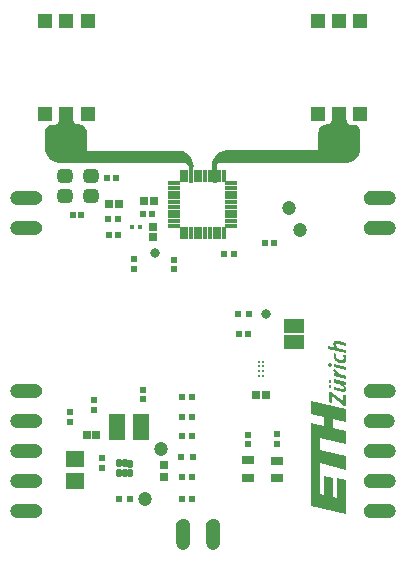
<source format=gts>
G04*
G04 #@! TF.GenerationSoftware,Altium Limited,Altium NEXUS,5.8.2 (18)*
G04*
G04 Layer_Color=8388736*
%FSLAX44Y44*%
%MOMM*%
G71*
G04*
G04 #@! TF.SameCoordinates,3A1DB9EE-8D2C-4681-89B5-BFB965533D06*
G04*
G04*
G04 #@! TF.FilePolarity,Negative*
G04*
G01*
G75*
%ADD20R,0.4682X0.4725*%
%ADD21R,0.6582X0.7041*%
%ADD22R,0.6153X0.5725*%
%ADD24R,0.6725X0.7154*%
%ADD25R,0.3627X0.3627*%
%ADD26R,0.7041X0.6582*%
%ADD27R,0.5153X0.4725*%
%ADD30R,0.4725X0.4682*%
%ADD31R,0.5725X0.6153*%
%ADD32R,0.6281X0.6062*%
%ADD33R,0.4541X0.3627*%
%ADD34R,1.7062X1.1544*%
%ADD39R,0.5000X0.5000*%
%ADD40R,1.5562X1.4546*%
%ADD42R,1.3549X2.2062*%
%ADD44C,0.2700*%
%ADD45C,0.3000*%
%ADD46O,1.0532X0.4032*%
%ADD47O,0.4032X1.0532*%
%ADD48C,0.8032*%
%ADD49R,1.3032X1.3032*%
G04:AMPARAMS|DCode=50|XSize=1.3032mm|YSize=1.1832mm|CornerRadius=0.3613mm|HoleSize=0mm|Usage=FLASHONLY|Rotation=0.000|XOffset=0mm|YOffset=0mm|HoleType=Round|Shape=RoundedRectangle|*
%AMROUNDEDRECTD50*
21,1,1.3032,0.4606,0,0,0.0*
21,1,0.5806,1.1832,0,0,0.0*
1,1,0.7226,0.2903,-0.2303*
1,1,0.7226,-0.2903,-0.2303*
1,1,0.7226,-0.2903,0.2303*
1,1,0.7226,0.2903,0.2303*
%
%ADD50ROUNDEDRECTD50*%
%ADD51C,1.2032*%
%ADD52R,1.0032X0.8032*%
%ADD53R,1.0032X0.8032*%
%ADD54C,0.2300*%
G04:AMPARAMS|DCode=55|XSize=0.5032mm|YSize=0.6932mm|CornerRadius=0.1511mm|HoleSize=0mm|Usage=FLASHONLY|Rotation=180.000|XOffset=0mm|YOffset=0mm|HoleType=Round|Shape=RoundedRectangle|*
%AMROUNDEDRECTD55*
21,1,0.5032,0.3910,0,0,180.0*
21,1,0.2010,0.6932,0,0,180.0*
1,1,0.3022,-0.1005,0.1955*
1,1,0.3022,0.1005,0.1955*
1,1,0.3022,0.1005,-0.1955*
1,1,0.3022,-0.1005,-0.1955*
%
%ADD55ROUNDEDRECTD55*%
G04:AMPARAMS|DCode=56|XSize=0.5032mm|YSize=0.7232mm|CornerRadius=0.1511mm|HoleSize=0mm|Usage=FLASHONLY|Rotation=180.000|XOffset=0mm|YOffset=0mm|HoleType=Round|Shape=RoundedRectangle|*
%AMROUNDEDRECTD56*
21,1,0.5032,0.4210,0,0,180.0*
21,1,0.2010,0.7232,0,0,180.0*
1,1,0.3022,-0.1005,0.2105*
1,1,0.3022,0.1005,0.2105*
1,1,0.3022,0.1005,-0.2105*
1,1,0.3022,-0.1005,-0.2105*
%
%ADD56ROUNDEDRECTD56*%
%ADD57R,0.6532X0.6532*%
G36*
X279466Y358176D02*
X279876Y356587D01*
X280864Y355277D01*
X282278Y354444D01*
X283079Y354250D01*
X285750Y354250D01*
X285750Y354250D01*
X285750Y354250D01*
X285751D01*
X286921Y354177D01*
X288582Y353489D01*
X289989Y352082D01*
X290750Y350244D01*
X290749Y349249D01*
X290750Y334750D01*
X290750Y334750D01*
X290750Y333543D01*
X290279Y331177D01*
X289356Y328947D01*
X288015Y326941D01*
X286309Y325234D01*
X284302Y323894D01*
X282073Y322970D01*
X279706Y322500D01*
X278500Y322500D01*
X172000D01*
X172000Y322500D01*
X171470Y322396D01*
X170518Y321893D01*
X169830Y321067D01*
X169507Y320040D01*
X169500Y319500D01*
Y306250D01*
X168500Y305250D01*
X166750D01*
X165500Y306500D01*
Y316980D01*
X165500Y317473D01*
X165500Y318250D01*
X165500D01*
X165500Y318250D01*
X165315Y319626D01*
X165545Y322393D01*
X166362Y325047D01*
X167730Y327464D01*
X169583Y329531D01*
X171837Y331153D01*
X174386Y332254D01*
X177112Y332784D01*
X178500Y332750D01*
X254665Y332750D01*
X254806Y332764D01*
X255066Y332872D01*
X255265Y333070D01*
X255373Y333330D01*
X255387Y333471D01*
Y348136D01*
X255679Y349607D01*
X256253Y350993D01*
X257086Y352240D01*
X258147Y353300D01*
X259394Y354133D01*
X260779Y354707D01*
X262250Y355000D01*
X263500Y355000D01*
X263500Y355000D01*
X264173Y355165D01*
X264645Y355444D01*
X265360Y355867D01*
X266188Y356971D01*
X266530Y358307D01*
X267193Y359000D01*
X278229Y359000D01*
X279466Y358176D01*
D02*
G37*
G36*
X47807Y358763D02*
X48470Y358071D01*
X48812Y356734D01*
X49640Y355631D01*
X50402Y355179D01*
X50827Y354928D01*
X51500Y354763D01*
X52750Y354763D01*
X54221Y354471D01*
X55606Y353897D01*
X56853Y353064D01*
X57914Y352003D01*
X58747Y350756D01*
X59321Y349370D01*
X59613Y347900D01*
Y333234D01*
X59627Y333094D01*
X59735Y332834D01*
X59934Y332635D01*
X60194Y332527D01*
X60335Y332513D01*
X136500Y332513D01*
X137888Y332547D01*
X140614Y332018D01*
X143163Y330917D01*
X145417Y329295D01*
X147270Y327227D01*
X148638Y324810D01*
X149455Y322157D01*
X149685Y319389D01*
X149500Y318013D01*
X149500Y318013D01*
X149500Y318013D01*
Y306263D01*
X148250Y305013D01*
X146500D01*
X145500Y306013D01*
X145500Y319263D01*
X145493Y319804D01*
X145170Y320830D01*
X144482Y321656D01*
X143530Y322159D01*
X143000Y322263D01*
X143000Y322263D01*
X36500D01*
X35294Y322263D01*
X32927Y322734D01*
X30698Y323657D01*
X28691Y324997D01*
X26985Y326704D01*
X25644Y328710D01*
X24721Y330940D01*
X24250Y333307D01*
X24250Y334513D01*
X24250Y334513D01*
X24251Y349012D01*
X24250Y350007D01*
X25011Y351845D01*
X26418Y353252D01*
X28061Y353933D01*
X29250Y354013D01*
D01*
X30434Y354013D01*
X31921Y354013D01*
X32722Y354207D01*
X34136Y355040D01*
X35124Y356351D01*
X35534Y357939D01*
X36771Y358763D01*
X47807Y358763D01*
D02*
G37*
G36*
X315133Y298410D02*
X315264Y298384D01*
X315390Y298341D01*
X315509Y298282D01*
X315620Y298208D01*
X315720Y298120D01*
X315808Y298020D01*
X315882Y297909D01*
X315941Y297790D01*
X315984Y297663D01*
X316010Y297533D01*
X316018Y297400D01*
Y287400D01*
X316010Y287267D01*
X315984Y287136D01*
X315941Y287010D01*
X315882Y286891D01*
X315808Y286780D01*
X315720Y286680D01*
X315620Y286592D01*
X315509Y286518D01*
X315390Y286459D01*
X315264Y286416D01*
X315133Y286390D01*
X315000Y286382D01*
X299005D01*
X298873Y286390D01*
X298742Y286416D01*
X298616Y286459D01*
X296778Y287220D01*
X296778Y287220D01*
X296739Y287240D01*
X296659Y287279D01*
X296548Y287353D01*
X296448Y287441D01*
X296448Y287441D01*
X295041Y288848D01*
X295041Y288848D01*
X294995Y288901D01*
X294953Y288948D01*
X294904Y289022D01*
X294879Y289059D01*
X294850Y289119D01*
X294820Y289178D01*
X294820Y289178D01*
X294059Y291016D01*
X294016Y291142D01*
X293990Y291273D01*
X293982Y291405D01*
Y293395D01*
X293990Y293527D01*
X294016Y293658D01*
X294059Y293784D01*
X294820Y295622D01*
X294820Y295622D01*
X294840Y295661D01*
X294879Y295741D01*
X294953Y295852D01*
X295041Y295952D01*
X295041Y295952D01*
X296448Y297359D01*
X296548Y297446D01*
X296659Y297521D01*
X296778Y297579D01*
X296778Y297579D01*
X298616Y298341D01*
X298616Y298341D01*
X298699Y298369D01*
X298742Y298384D01*
X298873Y298410D01*
X299005Y298418D01*
X299005D01*
D01*
X315000D01*
X315133Y298410D01*
D02*
G37*
G36*
X16127Y298431D02*
X16258Y298405D01*
X16384Y298363D01*
X18222Y297601D01*
X18222Y297601D01*
X18261Y297582D01*
X18341Y297542D01*
X18452Y297468D01*
X18552Y297381D01*
X18552Y297380D01*
X19959Y295974D01*
X20047Y295874D01*
X20120Y295763D01*
X20180Y295644D01*
X20180Y295644D01*
X20941Y293806D01*
X20941Y293806D01*
X20969Y293723D01*
X20984Y293680D01*
X21010Y293549D01*
X21018Y293416D01*
Y293416D01*
D01*
Y291427D01*
X21010Y291294D01*
X20984Y291164D01*
X20941Y291038D01*
X20180Y289200D01*
X20180Y289200D01*
X20160Y289160D01*
X20121Y289080D01*
X20047Y288970D01*
X19959Y288870D01*
X19959Y288869D01*
X18552Y287463D01*
X18552Y287463D01*
X18499Y287416D01*
X18452Y287375D01*
X18378Y287326D01*
X18341Y287301D01*
X18281Y287271D01*
X18222Y287242D01*
X18222Y287242D01*
X16384Y286481D01*
X16258Y286438D01*
X16127Y286412D01*
X15994Y286404D01*
X0D01*
X-133Y286412D01*
X-264Y286438D01*
X-390Y286481D01*
X-509Y286540D01*
X-620Y286614D01*
X-720Y286702D01*
X-808Y286802D01*
X-882Y286913D01*
X-941Y287032D01*
X-984Y287158D01*
X-1010Y287289D01*
X-1018Y287422D01*
Y297422D01*
X-1010Y297555D01*
X-984Y297685D01*
X-941Y297811D01*
X-882Y297931D01*
X-808Y298042D01*
X-720Y298142D01*
X-620Y298230D01*
X-509Y298304D01*
X-390Y298363D01*
X-264Y298405D01*
X-133Y298431D01*
X0Y298440D01*
X15994D01*
X16127Y298431D01*
D02*
G37*
G36*
X315133Y273009D02*
X315264Y272983D01*
X315390Y272941D01*
X315509Y272882D01*
X315620Y272808D01*
X315720Y272720D01*
X315808Y272620D01*
X315882Y272509D01*
X315941Y272390D01*
X315984Y272264D01*
X316010Y272133D01*
X316018Y272000D01*
Y262000D01*
X316010Y261867D01*
X315984Y261737D01*
X315941Y261610D01*
X315882Y261491D01*
X315808Y261380D01*
X315720Y261280D01*
X315620Y261192D01*
X315509Y261118D01*
X315390Y261059D01*
X315264Y261017D01*
X315133Y260991D01*
X315000Y260982D01*
X299005D01*
X298873Y260991D01*
X298742Y261017D01*
X298616Y261059D01*
X296778Y261821D01*
X296778Y261821D01*
X296739Y261840D01*
X296659Y261879D01*
X296548Y261953D01*
X296448Y262041D01*
X296448Y262041D01*
X295041Y263448D01*
X295041Y263448D01*
X294995Y263501D01*
X294953Y263548D01*
X294904Y263622D01*
X294879Y263659D01*
X294850Y263719D01*
X294820Y263778D01*
X294820Y263778D01*
X294059Y265616D01*
X294016Y265742D01*
X293990Y265872D01*
X293982Y266005D01*
Y267994D01*
X293990Y268127D01*
X294016Y268258D01*
X294059Y268384D01*
X294820Y270222D01*
X294820Y270222D01*
X294840Y270261D01*
X294879Y270341D01*
X294953Y270452D01*
X295041Y270552D01*
X295041Y270552D01*
X296448Y271959D01*
X296548Y272047D01*
X296659Y272120D01*
X296778Y272180D01*
X296778Y272180D01*
X298616Y272941D01*
X298616Y272941D01*
X298699Y272969D01*
X298742Y272983D01*
X298873Y273009D01*
X299005Y273018D01*
X299005D01*
D01*
X315000D01*
X315133Y273009D01*
D02*
G37*
G36*
X16127Y273031D02*
X16258Y273005D01*
X16384Y272962D01*
X18222Y272201D01*
X18222Y272201D01*
X18261Y272182D01*
X18341Y272142D01*
X18452Y272068D01*
X18552Y271981D01*
X18552Y271980D01*
X19959Y270574D01*
X20047Y270474D01*
X20120Y270363D01*
X20180Y270244D01*
X20180Y270244D01*
X20941Y268406D01*
X20941Y268406D01*
X20969Y268323D01*
X20984Y268280D01*
X21010Y268149D01*
X21018Y268016D01*
Y268016D01*
D01*
Y266027D01*
X21010Y265894D01*
X20984Y265764D01*
X20941Y265638D01*
X20180Y263800D01*
X20180Y263800D01*
X20160Y263760D01*
X20121Y263680D01*
X20047Y263570D01*
X19959Y263470D01*
X19959Y263469D01*
X18552Y262063D01*
X18552Y262063D01*
X18499Y262016D01*
X18452Y261975D01*
X18378Y261926D01*
X18341Y261901D01*
X18281Y261871D01*
X18222Y261842D01*
X18222Y261842D01*
X16384Y261081D01*
X16258Y261038D01*
X16127Y261012D01*
X15994Y261004D01*
X0D01*
X-133Y261012D01*
X-264Y261038D01*
X-390Y261081D01*
X-509Y261140D01*
X-620Y261214D01*
X-720Y261302D01*
X-808Y261402D01*
X-882Y261513D01*
X-941Y261632D01*
X-984Y261758D01*
X-1010Y261889D01*
X-1018Y262022D01*
Y272022D01*
X-1010Y272155D01*
X-984Y272285D01*
X-941Y272411D01*
X-882Y272531D01*
X-808Y272642D01*
X-720Y272742D01*
X-620Y272830D01*
X-509Y272903D01*
X-390Y272962D01*
X-264Y273005D01*
X-133Y273031D01*
X0Y273040D01*
X15994D01*
X16127Y273031D01*
D02*
G37*
G36*
X271470Y171445D02*
X273450Y171010D01*
X278760Y169855D01*
Y167185D01*
X271830Y168730D01*
X271410Y168790D01*
X270930D01*
X270570Y168730D01*
X270330Y168490D01*
X270210Y168130D01*
Y167770D01*
X270450Y167290D01*
X270780Y166810D01*
X271410Y166210D01*
X272370Y165610D01*
X273450Y165010D01*
X274665Y164500D01*
X278760Y163600D01*
Y161140D01*
X263385Y164545D01*
Y167005D01*
X270210Y165490D01*
X269400Y166180D01*
X268770Y166810D01*
X268290Y167650D01*
X268050Y168610D01*
Y169570D01*
X268170Y170050D01*
X268530Y170650D01*
X269010Y171130D01*
X269730Y171370D01*
X270570Y171490D01*
X271470Y171445D01*
D02*
G37*
G36*
X270660Y160660D02*
X270540Y160240D01*
X270480Y159940D01*
X270420Y159280D01*
Y158560D01*
X270480Y158080D01*
X270660Y157600D01*
X270960Y157120D01*
X271620Y156580D01*
X272160Y156220D01*
X272820Y155920D01*
X273600Y155680D01*
X274380Y155560D01*
X274920D01*
X275340Y155620D01*
X275760Y155740D01*
X276120Y155920D01*
X276360Y156160D01*
X276600Y156580D01*
X276720Y157060D01*
Y157480D01*
X276660Y158080D01*
X276480Y158860D01*
X276285Y159415D01*
X278640Y159160D01*
X278715Y158875D01*
X278880Y158200D01*
X279000Y157120D01*
Y156520D01*
X278880Y155320D01*
X278760Y154780D01*
X278520Y154240D01*
X278160Y153760D01*
X277680Y153400D01*
X277080Y153100D01*
X276480Y152920D01*
X275580Y152800D01*
X274560D01*
X273780Y152920D01*
X273000Y153100D01*
X272160Y153400D01*
X271440Y153700D01*
X270720Y154120D01*
X270120Y154600D01*
X269640Y155080D01*
X269040Y155860D01*
X268560Y156820D01*
X268290Y157960D01*
X268200Y159040D01*
Y160000D01*
X268290Y160600D01*
X268485Y161140D01*
X270660Y160660D01*
D02*
G37*
G36*
X278760Y149380D02*
Y146920D01*
X268290Y149245D01*
Y151705D01*
X278760Y149380D01*
D02*
G37*
G36*
X270705Y146845D02*
X270600Y146440D01*
Y146140D01*
X270780Y145720D01*
X271080Y145300D01*
X271590Y144790D01*
X272580Y144040D01*
X273600Y143500D01*
X275220Y142840D01*
X277065Y142270D01*
X278760Y141895D01*
Y139435D01*
X268290Y141760D01*
Y144220D01*
X271200Y143575D01*
X270240Y144040D01*
X269520Y144520D01*
X269100Y144940D01*
X268680Y145420D01*
X268440Y145780D01*
X268200Y146320D01*
X268140Y146680D01*
Y147040D01*
X268200Y147400D01*
X270705Y146845D01*
D02*
G37*
G36*
X278760Y136660D02*
Y133900D01*
X276840Y134320D01*
X277650Y133630D01*
X278280Y133000D01*
X278760Y132160D01*
X279000Y131200D01*
Y130240D01*
X278880Y129760D01*
X278520Y129160D01*
X278040Y128680D01*
X277320Y128440D01*
X276480Y128320D01*
X275580Y128365D01*
X273600Y128800D01*
X268290Y129955D01*
Y132625D01*
X275220Y131080D01*
X275640Y131020D01*
X276120D01*
X276480Y131080D01*
X276720Y131320D01*
X276840Y131680D01*
Y132040D01*
X276600Y132520D01*
X276270Y133000D01*
X275640Y133600D01*
X274680Y134200D01*
X273600Y134800D01*
X272385Y135310D01*
X268290Y136210D01*
Y138985D01*
X278760Y136660D01*
D02*
G37*
G36*
X315133Y135009D02*
X315264Y134984D01*
X315390Y134941D01*
X315509Y134882D01*
X315620Y134808D01*
X315720Y134720D01*
X315808Y134620D01*
X315882Y134509D01*
X315941Y134390D01*
X315984Y134263D01*
X316010Y134133D01*
X316018Y134000D01*
Y124000D01*
X316010Y123867D01*
X315984Y123736D01*
X315941Y123610D01*
X315882Y123491D01*
X315808Y123380D01*
X315720Y123280D01*
X315620Y123192D01*
X315509Y123118D01*
X315390Y123059D01*
X315264Y123017D01*
X315133Y122991D01*
X315000Y122982D01*
X299005D01*
X298873Y122991D01*
X298742Y123017D01*
X298616Y123059D01*
X296778Y123820D01*
X296778Y123820D01*
X296719Y123850D01*
X296659Y123879D01*
X296622Y123904D01*
X296548Y123953D01*
X296501Y123994D01*
X296448Y124041D01*
X296448Y124041D01*
X295041Y125448D01*
X295041Y125448D01*
X294953Y125548D01*
X294879Y125659D01*
X294840Y125739D01*
X294820Y125778D01*
X294820Y125778D01*
X294059Y127616D01*
X294016Y127742D01*
X293990Y127872D01*
X293982Y128005D01*
Y129994D01*
X293990Y130127D01*
X294016Y130258D01*
X294059Y130384D01*
X294820Y132222D01*
X294820Y132222D01*
X294850Y132281D01*
X294879Y132341D01*
X294904Y132378D01*
X294953Y132452D01*
X294995Y132499D01*
X295041Y132552D01*
X295041Y132552D01*
X296448Y133959D01*
X296448Y133959D01*
X296548Y134046D01*
X296659Y134121D01*
X296739Y134160D01*
X296778Y134179D01*
X296778Y134179D01*
X298616Y134941D01*
X298742Y134984D01*
X298873Y135009D01*
X299005Y135018D01*
X315000D01*
X315133Y135009D01*
D02*
G37*
G36*
X16127D02*
X16258Y134984D01*
X16384Y134941D01*
X18222Y134179D01*
X18222Y134179D01*
X18261Y134160D01*
X18341Y134121D01*
X18452Y134046D01*
X18552Y133959D01*
X18552Y133959D01*
X19959Y132552D01*
X20047Y132452D01*
X20120Y132341D01*
X20180Y132222D01*
X20180Y132222D01*
X20941Y130384D01*
X20941Y130384D01*
X20969Y130301D01*
X20984Y130258D01*
X21010Y130127D01*
X21018Y129995D01*
Y129994D01*
D01*
Y128005D01*
X21010Y127872D01*
X20984Y127742D01*
X20941Y127616D01*
X20180Y125778D01*
X20180Y125778D01*
X20160Y125739D01*
X20121Y125659D01*
X20047Y125548D01*
X19959Y125448D01*
X19959Y125448D01*
X18552Y124041D01*
X18552Y124041D01*
X18499Y123994D01*
X18452Y123953D01*
X18378Y123904D01*
X18341Y123879D01*
X18281Y123850D01*
X18222Y123820D01*
X18222Y123820D01*
X16384Y123059D01*
X16258Y123017D01*
X16127Y122991D01*
X15994Y122982D01*
X0D01*
X-133Y122991D01*
X-264Y123017D01*
X-390Y123059D01*
X-509Y123118D01*
X-620Y123192D01*
X-720Y123280D01*
X-808Y123380D01*
X-882Y123491D01*
X-941Y123610D01*
X-984Y123736D01*
X-1010Y123867D01*
X-1018Y124000D01*
Y134000D01*
X-1010Y134133D01*
X-984Y134263D01*
X-941Y134390D01*
X-882Y134509D01*
X-808Y134620D01*
X-720Y134720D01*
X-620Y134808D01*
X-509Y134882D01*
X-390Y134941D01*
X-264Y134984D01*
X-133Y135009D01*
X0Y135018D01*
X15994D01*
X16127Y135009D01*
D02*
G37*
G36*
X266160Y128245D02*
X276270Y120490D01*
Y125995D01*
X278760Y125440D01*
Y116380D01*
X277155Y116725D01*
X267090Y124450D01*
Y118960D01*
X264600Y119515D01*
Y128590D01*
X266160Y128245D01*
D02*
G37*
G36*
X279000Y113950D02*
Y102880D01*
X267495Y105580D01*
Y97900D01*
X279000Y95200D01*
Y84130D01*
X256800Y89335D01*
Y79450D01*
X279000Y74230D01*
Y62500D01*
X256800Y67735D01*
Y41935D01*
X260340Y41095D01*
Y57040D01*
X267540Y55345D01*
Y39415D01*
X271200Y38560D01*
Y55210D01*
X279000Y53380D01*
Y36715D01*
Y25000D01*
X249000Y32050D01*
Y102235D01*
X260295Y99595D01*
Y107275D01*
X249000Y109930D01*
Y121000D01*
X279000Y113950D01*
D02*
G37*
G36*
X315133Y109609D02*
X315264Y109584D01*
X315390Y109541D01*
X315509Y109482D01*
X315620Y109408D01*
X315720Y109320D01*
X315808Y109220D01*
X315882Y109109D01*
X315941Y108990D01*
X315984Y108863D01*
X316010Y108733D01*
X316018Y108600D01*
Y98600D01*
X316010Y98467D01*
X315984Y98336D01*
X315941Y98210D01*
X315882Y98091D01*
X315808Y97980D01*
X315720Y97880D01*
X315620Y97792D01*
X315509Y97718D01*
X315390Y97659D01*
X315264Y97617D01*
X315133Y97591D01*
X315000Y97582D01*
X299005D01*
X298873Y97591D01*
X298742Y97617D01*
X298616Y97659D01*
X296778Y98420D01*
X296778Y98420D01*
X296719Y98450D01*
X296659Y98479D01*
X296622Y98504D01*
X296548Y98553D01*
X296501Y98594D01*
X296448Y98641D01*
X296448Y98641D01*
X295041Y100048D01*
X295041Y100048D01*
X294953Y100148D01*
X294879Y100259D01*
X294840Y100339D01*
X294820Y100378D01*
X294820Y100378D01*
X294059Y102216D01*
X294016Y102342D01*
X293990Y102472D01*
X293982Y102605D01*
Y104594D01*
X293990Y104727D01*
X294016Y104858D01*
X294059Y104984D01*
X294820Y106822D01*
X294820Y106822D01*
X294850Y106881D01*
X294879Y106941D01*
X294904Y106978D01*
X294953Y107052D01*
X294995Y107099D01*
X295041Y107152D01*
X295041Y107152D01*
X296448Y108559D01*
X296448Y108559D01*
X296548Y108646D01*
X296659Y108721D01*
X296739Y108760D01*
X296778Y108779D01*
X296778Y108779D01*
X298616Y109541D01*
X298742Y109584D01*
X298873Y109609D01*
X299005Y109618D01*
X315000D01*
X315133Y109609D01*
D02*
G37*
G36*
X16127D02*
X16258Y109584D01*
X16384Y109541D01*
X18222Y108779D01*
X18222Y108779D01*
X18261Y108760D01*
X18341Y108721D01*
X18452Y108646D01*
X18552Y108559D01*
X18552Y108559D01*
X19959Y107152D01*
X20047Y107052D01*
X20120Y106941D01*
X20180Y106822D01*
X20180Y106822D01*
X20941Y104984D01*
X20941Y104984D01*
X20969Y104901D01*
X20984Y104858D01*
X21010Y104727D01*
X21018Y104595D01*
Y104594D01*
D01*
Y102605D01*
X21010Y102472D01*
X20984Y102342D01*
X20941Y102216D01*
X20180Y100378D01*
X20180Y100378D01*
X20160Y100339D01*
X20121Y100259D01*
X20047Y100148D01*
X19959Y100048D01*
X19959Y100048D01*
X18552Y98641D01*
X18552Y98641D01*
X18499Y98594D01*
X18452Y98553D01*
X18378Y98504D01*
X18341Y98479D01*
X18281Y98450D01*
X18222Y98420D01*
X18222Y98420D01*
X16384Y97659D01*
X16258Y97617D01*
X16127Y97591D01*
X15994Y97582D01*
X0D01*
X-133Y97591D01*
X-264Y97617D01*
X-390Y97659D01*
X-509Y97718D01*
X-620Y97792D01*
X-720Y97880D01*
X-808Y97980D01*
X-882Y98091D01*
X-941Y98210D01*
X-984Y98336D01*
X-1010Y98467D01*
X-1018Y98600D01*
Y108600D01*
X-1010Y108733D01*
X-984Y108863D01*
X-941Y108990D01*
X-882Y109109D01*
X-808Y109220D01*
X-720Y109320D01*
X-620Y109408D01*
X-509Y109482D01*
X-390Y109541D01*
X-264Y109584D01*
X-133Y109609D01*
X0Y109618D01*
X15994D01*
X16127Y109609D01*
D02*
G37*
G36*
X315133Y84209D02*
X315264Y84184D01*
X315390Y84141D01*
X315509Y84082D01*
X315620Y84008D01*
X315720Y83920D01*
X315808Y83820D01*
X315882Y83709D01*
X315941Y83590D01*
X315984Y83463D01*
X316010Y83333D01*
X316018Y83200D01*
Y73200D01*
X316010Y73067D01*
X315984Y72937D01*
X315941Y72810D01*
X315882Y72691D01*
X315808Y72580D01*
X315720Y72480D01*
X315620Y72392D01*
X315509Y72318D01*
X315390Y72259D01*
X315264Y72217D01*
X315133Y72190D01*
X315000Y72182D01*
X299005D01*
X298873Y72190D01*
X298742Y72217D01*
X298616Y72259D01*
X296778Y73021D01*
X296778Y73021D01*
X296719Y73050D01*
X296659Y73079D01*
X296622Y73104D01*
X296548Y73153D01*
X296501Y73194D01*
X296448Y73241D01*
X296448Y73241D01*
X295041Y74648D01*
X295041Y74648D01*
X294953Y74748D01*
X294879Y74859D01*
X294840Y74939D01*
X294820Y74978D01*
X294820Y74978D01*
X294059Y76816D01*
X294016Y76942D01*
X293990Y77073D01*
X293982Y77205D01*
Y79194D01*
X293990Y79327D01*
X294016Y79458D01*
X294059Y79584D01*
X294820Y81422D01*
X294820Y81422D01*
X294850Y81481D01*
X294879Y81541D01*
X294904Y81578D01*
X294953Y81652D01*
X294995Y81699D01*
X295041Y81752D01*
X295041Y81752D01*
X296448Y83159D01*
X296448Y83159D01*
X296548Y83246D01*
X296659Y83321D01*
X296739Y83360D01*
X296778Y83379D01*
X296778Y83379D01*
X298616Y84141D01*
X298742Y84184D01*
X298873Y84209D01*
X299005Y84218D01*
X315000D01*
X315133Y84209D01*
D02*
G37*
G36*
X16127D02*
X16258Y84184D01*
X16384Y84141D01*
X18222Y83379D01*
X18222Y83379D01*
X18261Y83360D01*
X18341Y83321D01*
X18452Y83246D01*
X18552Y83159D01*
X18552Y83159D01*
X19959Y81752D01*
X20047Y81652D01*
X20120Y81541D01*
X20180Y81422D01*
X20180Y81422D01*
X20941Y79584D01*
X20941Y79584D01*
X20969Y79501D01*
X20984Y79458D01*
X21010Y79328D01*
X21018Y79195D01*
Y79194D01*
D01*
Y77205D01*
X21010Y77073D01*
X20984Y76942D01*
X20941Y76816D01*
X20180Y74978D01*
X20180Y74978D01*
X20160Y74939D01*
X20121Y74859D01*
X20047Y74748D01*
X19959Y74648D01*
X19959Y74648D01*
X18552Y73241D01*
X18552Y73241D01*
X18499Y73194D01*
X18452Y73153D01*
X18378Y73104D01*
X18341Y73079D01*
X18281Y73050D01*
X18222Y73021D01*
X18222Y73021D01*
X16384Y72259D01*
X16258Y72217D01*
X16127Y72190D01*
X15994Y72182D01*
X0D01*
X-133Y72190D01*
X-264Y72217D01*
X-390Y72259D01*
X-509Y72318D01*
X-620Y72392D01*
X-720Y72480D01*
X-808Y72580D01*
X-882Y72691D01*
X-941Y72810D01*
X-984Y72937D01*
X-1010Y73067D01*
X-1018Y73200D01*
Y83200D01*
X-1010Y83333D01*
X-984Y83463D01*
X-941Y83590D01*
X-882Y83709D01*
X-808Y83820D01*
X-720Y83920D01*
X-620Y84008D01*
X-509Y84082D01*
X-390Y84141D01*
X-264Y84184D01*
X-133Y84209D01*
X0Y84218D01*
X15994D01*
X16127Y84209D01*
D02*
G37*
G36*
X315133Y58809D02*
X315264Y58783D01*
X315390Y58741D01*
X315509Y58682D01*
X315620Y58608D01*
X315720Y58520D01*
X315808Y58420D01*
X315882Y58309D01*
X315941Y58190D01*
X315984Y58064D01*
X316010Y57933D01*
X316018Y57800D01*
Y47800D01*
X316010Y47667D01*
X315984Y47537D01*
X315941Y47410D01*
X315882Y47291D01*
X315808Y47180D01*
X315720Y47080D01*
X315620Y46992D01*
X315509Y46918D01*
X315390Y46859D01*
X315264Y46817D01*
X315133Y46790D01*
X315000Y46782D01*
X299005D01*
X298873Y46790D01*
X298742Y46817D01*
X298616Y46859D01*
X296778Y47621D01*
X296778Y47621D01*
X296719Y47650D01*
X296659Y47679D01*
X296622Y47704D01*
X296548Y47753D01*
X296501Y47794D01*
X296448Y47841D01*
X296448Y47841D01*
X295041Y49248D01*
X295041Y49248D01*
X294953Y49348D01*
X294879Y49459D01*
X294840Y49539D01*
X294820Y49578D01*
X294820Y49578D01*
X294059Y51416D01*
X294016Y51542D01*
X293990Y51673D01*
X293982Y51805D01*
Y53794D01*
X293990Y53927D01*
X294016Y54058D01*
X294059Y54184D01*
X294820Y56022D01*
X294820Y56022D01*
X294850Y56081D01*
X294879Y56141D01*
X294904Y56178D01*
X294953Y56252D01*
X294995Y56299D01*
X295041Y56352D01*
X295041Y56352D01*
X296448Y57759D01*
X296448Y57759D01*
X296548Y57846D01*
X296659Y57921D01*
X296739Y57960D01*
X296778Y57979D01*
X296778Y57979D01*
X298616Y58741D01*
X298742Y58783D01*
X298873Y58809D01*
X299005Y58818D01*
X315000D01*
X315133Y58809D01*
D02*
G37*
G36*
X16127D02*
X16258Y58783D01*
X16384Y58741D01*
X18222Y57979D01*
X18222Y57979D01*
X18261Y57960D01*
X18341Y57921D01*
X18452Y57846D01*
X18552Y57759D01*
X18552Y57759D01*
X19959Y56352D01*
X20047Y56252D01*
X20120Y56141D01*
X20180Y56022D01*
X20180Y56022D01*
X20941Y54184D01*
X20941Y54184D01*
X20969Y54101D01*
X20984Y54058D01*
X21010Y53927D01*
X21018Y53795D01*
Y53794D01*
D01*
Y51805D01*
X21010Y51673D01*
X20984Y51542D01*
X20941Y51416D01*
X20180Y49578D01*
X20180Y49578D01*
X20160Y49539D01*
X20121Y49459D01*
X20047Y49348D01*
X19959Y49248D01*
X19959Y49248D01*
X18552Y47841D01*
X18552Y47841D01*
X18499Y47794D01*
X18452Y47753D01*
X18378Y47704D01*
X18341Y47679D01*
X18281Y47650D01*
X18222Y47621D01*
X18222Y47621D01*
X16384Y46859D01*
X16258Y46817D01*
X16127Y46790D01*
X15994Y46782D01*
X0D01*
X-133Y46790D01*
X-264Y46817D01*
X-390Y46859D01*
X-509Y46918D01*
X-620Y46992D01*
X-720Y47080D01*
X-808Y47180D01*
X-882Y47291D01*
X-941Y47410D01*
X-984Y47537D01*
X-1010Y47667D01*
X-1018Y47800D01*
Y57800D01*
X-1010Y57933D01*
X-984Y58064D01*
X-941Y58190D01*
X-882Y58309D01*
X-808Y58420D01*
X-720Y58520D01*
X-620Y58608D01*
X-509Y58682D01*
X-390Y58741D01*
X-264Y58783D01*
X-133Y58809D01*
X0Y58818D01*
X15994D01*
X16127Y58809D01*
D02*
G37*
G36*
X315133Y33410D02*
X315264Y33384D01*
X315390Y33341D01*
X315509Y33282D01*
X315620Y33208D01*
X315720Y33120D01*
X315808Y33020D01*
X315882Y32909D01*
X315941Y32790D01*
X315984Y32664D01*
X316010Y32533D01*
X316018Y32400D01*
Y22400D01*
X316010Y22267D01*
X315984Y22136D01*
X315941Y22010D01*
X315882Y21891D01*
X315808Y21780D01*
X315720Y21680D01*
X315620Y21592D01*
X315509Y21518D01*
X315390Y21459D01*
X315264Y21416D01*
X315133Y21391D01*
X315000Y21382D01*
X299005D01*
X298873Y21391D01*
X298742Y21416D01*
X298616Y21459D01*
X296778Y22220D01*
X296778Y22220D01*
X296719Y22250D01*
X296659Y22279D01*
X296622Y22304D01*
X296548Y22353D01*
X296501Y22394D01*
X296448Y22441D01*
X296448Y22441D01*
X295041Y23848D01*
X295041Y23848D01*
X294953Y23948D01*
X294879Y24059D01*
X294840Y24139D01*
X294820Y24178D01*
X294820Y24178D01*
X294059Y26016D01*
X294016Y26142D01*
X293990Y26272D01*
X293982Y26405D01*
Y28394D01*
X293990Y28527D01*
X294016Y28658D01*
X294059Y28784D01*
X294820Y30622D01*
X294820Y30622D01*
X294850Y30681D01*
X294879Y30741D01*
X294904Y30778D01*
X294953Y30852D01*
X294995Y30899D01*
X295041Y30952D01*
X295041Y30952D01*
X296448Y32359D01*
X296448Y32359D01*
X296548Y32446D01*
X296659Y32521D01*
X296739Y32560D01*
X296778Y32580D01*
X296778Y32580D01*
X298616Y33341D01*
X298742Y33384D01*
X298873Y33410D01*
X299005Y33418D01*
X315000D01*
X315133Y33410D01*
D02*
G37*
G36*
X16127D02*
X16258Y33384D01*
X16384Y33341D01*
X18222Y32580D01*
X18222Y32580D01*
X18261Y32560D01*
X18341Y32521D01*
X18452Y32446D01*
X18552Y32359D01*
X18552Y32359D01*
X19959Y30952D01*
X20047Y30852D01*
X20120Y30741D01*
X20180Y30622D01*
X20180Y30622D01*
X20941Y28784D01*
X20941Y28784D01*
X20969Y28701D01*
X20984Y28658D01*
X21010Y28528D01*
X21018Y28395D01*
Y28394D01*
D01*
Y26405D01*
X21010Y26272D01*
X20984Y26142D01*
X20941Y26016D01*
X20180Y24178D01*
X20180Y24178D01*
X20160Y24139D01*
X20121Y24059D01*
X20047Y23948D01*
X19959Y23848D01*
X19959Y23848D01*
X18552Y22441D01*
X18552Y22441D01*
X18499Y22394D01*
X18452Y22353D01*
X18378Y22304D01*
X18341Y22279D01*
X18281Y22250D01*
X18222Y22220D01*
X18222Y22220D01*
X16384Y21459D01*
X16258Y21416D01*
X16127Y21391D01*
X15994Y21382D01*
X0D01*
X-133Y21391D01*
X-264Y21416D01*
X-390Y21459D01*
X-509Y21518D01*
X-620Y21592D01*
X-720Y21680D01*
X-808Y21780D01*
X-882Y21891D01*
X-941Y22010D01*
X-984Y22136D01*
X-1010Y22267D01*
X-1018Y22400D01*
Y32400D01*
X-1010Y32533D01*
X-984Y32664D01*
X-941Y32790D01*
X-882Y32909D01*
X-808Y33020D01*
X-720Y33120D01*
X-620Y33208D01*
X-509Y33282D01*
X-390Y33341D01*
X-264Y33384D01*
X-133Y33410D01*
X0Y33418D01*
X15994D01*
X16127Y33410D01*
D02*
G37*
G36*
X167527Y21010D02*
X167658Y20984D01*
X167784Y20941D01*
X169622Y20180D01*
X169622Y20180D01*
X169661Y20160D01*
X169741Y20121D01*
X169852Y20047D01*
X169952Y19959D01*
X169952Y19959D01*
X171359Y18552D01*
X171446Y18452D01*
X171521Y18341D01*
X171579Y18222D01*
X171579Y18222D01*
X172341Y16384D01*
X172341Y16384D01*
X172369Y16301D01*
X172383Y16258D01*
X172409Y16128D01*
X172418Y15995D01*
Y15994D01*
D01*
Y15000D01*
Y0D01*
X172409Y-133D01*
X172383Y-264D01*
X172341Y-390D01*
X172282Y-509D01*
X172208Y-620D01*
X172120Y-720D01*
X172020Y-808D01*
X171909Y-882D01*
X171790Y-941D01*
X171663Y-984D01*
X171533Y-1010D01*
X171400Y-1018D01*
X161400D01*
X161267Y-1010D01*
X161136Y-984D01*
X161010Y-941D01*
X160891Y-882D01*
X160780Y-808D01*
X160680Y-720D01*
X160592Y-620D01*
X160518Y-509D01*
X160459Y-390D01*
X160417Y-264D01*
X160390Y-133D01*
X160382Y0D01*
Y15000D01*
Y15994D01*
X160390Y16127D01*
X160417Y16258D01*
X160459Y16384D01*
X161220Y18222D01*
X161220Y18222D01*
X161240Y18261D01*
X161279Y18341D01*
X161353Y18452D01*
X161441Y18552D01*
X161441Y18552D01*
X162848Y19959D01*
X162948Y20047D01*
X163059Y20120D01*
X163178Y20180D01*
X163178Y20180D01*
X165016Y20941D01*
X165016Y20941D01*
X165099Y20969D01*
X165142Y20984D01*
X165273Y21010D01*
X165405Y21018D01*
X165405D01*
D01*
X167395D01*
X167527Y21010D01*
D02*
G37*
G36*
X142127D02*
X142258Y20984D01*
X142384Y20941D01*
X144222Y20180D01*
X144222Y20180D01*
X144261Y20160D01*
X144341Y20121D01*
X144452Y20047D01*
X144552Y19959D01*
X144552Y19959D01*
X145959Y18552D01*
X146046Y18452D01*
X146121Y18341D01*
X146180Y18222D01*
X146180Y18222D01*
X146941Y16384D01*
X146941Y16384D01*
X146969Y16301D01*
X146983Y16258D01*
X147009Y16128D01*
X147018Y15995D01*
Y15994D01*
D01*
Y15000D01*
Y0D01*
X147009Y-133D01*
X146983Y-264D01*
X146941Y-390D01*
X146882Y-509D01*
X146808Y-620D01*
X146720Y-720D01*
X146620Y-808D01*
X146509Y-882D01*
X146390Y-941D01*
X146264Y-984D01*
X146133Y-1010D01*
X146000Y-1018D01*
X136000D01*
X135867Y-1010D01*
X135737Y-984D01*
X135610Y-941D01*
X135491Y-882D01*
X135380Y-808D01*
X135280Y-720D01*
X135192Y-620D01*
X135118Y-509D01*
X135059Y-390D01*
X135016Y-264D01*
X134991Y-133D01*
X134982Y0D01*
Y15000D01*
Y15994D01*
X134991Y16127D01*
X135016Y16258D01*
X135059Y16384D01*
X135821Y18222D01*
X135821Y18222D01*
X135840Y18261D01*
X135879Y18341D01*
X135953Y18452D01*
X136041Y18552D01*
X136041Y18552D01*
X137448Y19959D01*
X137548Y20047D01*
X137659Y20120D01*
X137778Y20180D01*
X137778Y20180D01*
X139616Y20941D01*
X139616Y20941D01*
X139699Y20969D01*
X139742Y20984D01*
X139873Y21010D01*
X140005Y21018D01*
X140005D01*
D01*
X141994D01*
X142127Y21010D01*
D02*
G37*
D20*
X209957Y254000D02*
D03*
X218000D02*
D03*
X148278Y124000D02*
D03*
X140235D02*
D03*
D21*
X115000Y267771D02*
D03*
Y259230D02*
D03*
D22*
X77429Y275000D02*
D03*
X86000D02*
D03*
X175714Y245000D02*
D03*
X184286D02*
D03*
X187714Y194000D02*
D03*
X196286D02*
D03*
X86971Y38000D02*
D03*
X95542D02*
D03*
X139971D02*
D03*
X148542D02*
D03*
X148542Y56000D02*
D03*
X139971D02*
D03*
X148542Y107000D02*
D03*
X139971D02*
D03*
X139971Y91000D02*
D03*
X148542D02*
D03*
D24*
X124935Y66114D02*
D03*
Y56543D02*
D03*
D25*
X104500Y267750D02*
D03*
X97500D02*
D03*
D26*
X116020Y290250D02*
D03*
X107479D02*
D03*
X77730Y287000D02*
D03*
X86271D02*
D03*
X202729Y126000D02*
D03*
X211270D02*
D03*
D27*
X47214Y278000D02*
D03*
X54786D02*
D03*
X84305Y309305D02*
D03*
X76734D02*
D03*
X114786Y279000D02*
D03*
X107214D02*
D03*
D30*
X133000Y240021D02*
D03*
Y231978D02*
D03*
X220000Y92521D02*
D03*
Y84479D02*
D03*
X196000Y84000D02*
D03*
Y92043D02*
D03*
X45257Y102979D02*
D03*
Y111021D02*
D03*
X65000Y121043D02*
D03*
Y113000D02*
D03*
X107000Y130021D02*
D03*
Y121979D02*
D03*
D31*
X99000Y232429D02*
D03*
Y241000D02*
D03*
X72256Y63714D02*
D03*
Y72286D02*
D03*
D32*
X78219Y261000D02*
D03*
X86000D02*
D03*
X188110Y177000D02*
D03*
X195890D02*
D03*
D33*
X218293Y327000D02*
D03*
X212207D02*
D03*
X96707D02*
D03*
X102793D02*
D03*
D34*
X235000Y183759D02*
D03*
Y170241D02*
D03*
D39*
X139256Y73000D02*
D03*
X149256D02*
D03*
D40*
X49257Y52742D02*
D03*
Y71258D02*
D03*
D42*
X85000Y99000D02*
D03*
X105513D02*
D03*
D44*
X265120Y132640D02*
G03*
X265120Y132640I-10J0D01*
G01*
Y136930D02*
G03*
X265120Y136930I-10J0D01*
G01*
D45*
X265285Y150985D02*
G03*
X265285Y150985I-10J0D01*
G01*
D46*
X181500Y269000D02*
D03*
Y273000D02*
D03*
Y277000D02*
D03*
Y281000D02*
D03*
Y285000D02*
D03*
Y289000D02*
D03*
Y293000D02*
D03*
Y297000D02*
D03*
Y301000D02*
D03*
Y305000D02*
D03*
X133500D02*
D03*
Y301000D02*
D03*
Y297000D02*
D03*
Y293000D02*
D03*
Y289000D02*
D03*
Y285000D02*
D03*
Y281000D02*
D03*
Y277000D02*
D03*
Y273000D02*
D03*
Y269000D02*
D03*
D47*
X175500Y311000D02*
D03*
X171500D02*
D03*
X163500D02*
D03*
X159500D02*
D03*
X155500D02*
D03*
X151500D02*
D03*
X143500D02*
D03*
X139500D02*
D03*
Y263000D02*
D03*
X143500D02*
D03*
X147500D02*
D03*
X151500D02*
D03*
X155500D02*
D03*
X159500D02*
D03*
X163500D02*
D03*
X167500D02*
D03*
X171500D02*
D03*
X175500D02*
D03*
X167500Y311000D02*
D03*
X147500D02*
D03*
D48*
X117000Y246000D02*
D03*
X211000Y194000D02*
D03*
D49*
X42000Y363500D02*
D03*
X24000Y442500D02*
D03*
X42000D02*
D03*
X60000D02*
D03*
Y363500D02*
D03*
X24000D02*
D03*
X273000D02*
D03*
X255000Y442500D02*
D03*
X273000D02*
D03*
X291000D02*
D03*
Y363500D02*
D03*
X255000D02*
D03*
D50*
X41000Y311500D02*
D03*
X63000D02*
D03*
Y294500D02*
D03*
X41000D02*
D03*
D51*
X230500Y284000D02*
D03*
X239750Y265000D02*
D03*
X108257Y38000D02*
D03*
X122256Y80000D02*
D03*
X315000Y292400D02*
D03*
Y267000D02*
D03*
X141000Y0D02*
D03*
X166400D02*
D03*
X0Y129000D02*
D03*
Y103600D02*
D03*
Y52800D02*
D03*
Y27400D02*
D03*
Y78200D02*
D03*
Y267022D02*
D03*
Y292422D02*
D03*
X315000Y129000D02*
D03*
X314000Y103600D02*
D03*
X315000Y78200D02*
D03*
Y52800D02*
D03*
Y27400D02*
D03*
D52*
X220000Y69750D02*
D03*
Y55250D02*
D03*
D53*
X196000Y55750D02*
D03*
Y70250D02*
D03*
D54*
X208890Y142000D02*
D03*
X204890D02*
D03*
X208890Y146000D02*
D03*
X204890D02*
D03*
X208890Y150000D02*
D03*
X204890D02*
D03*
X208890Y154000D02*
D03*
X204890D02*
D03*
D55*
X86257Y60000D02*
D03*
X96257D02*
D03*
X91257D02*
D03*
Y67700D02*
D03*
X86257D02*
D03*
D56*
X96257Y67550D02*
D03*
D57*
X67256Y92000D02*
D03*
X59257D02*
D03*
M02*

</source>
